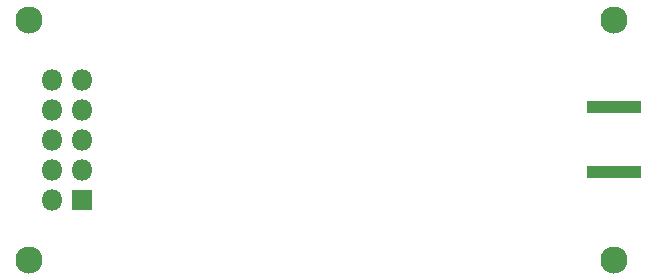
<source format=gbr>
%TF.GenerationSoftware,KiCad,Pcbnew,(5.1.6)-1*%
%TF.CreationDate,2020-07-26T08:56:46-05:00*%
%TF.ProjectId,nanoRT,6e616e6f-5254-42e6-9b69-6361645f7063,rev?*%
%TF.SameCoordinates,Original*%
%TF.FileFunction,Soldermask,Bot*%
%TF.FilePolarity,Negative*%
%FSLAX46Y46*%
G04 Gerber Fmt 4.6, Leading zero omitted, Abs format (unit mm)*
G04 Created by KiCad (PCBNEW (5.1.6)-1) date 2020-07-26 08:56:46*
%MOMM*%
%LPD*%
G01*
G04 APERTURE LIST*
%ADD10O,1.800000X1.800000*%
%ADD11R,1.800000X1.800000*%
%ADD12R,4.660000X1.100000*%
%ADD13C,2.300000*%
G04 APERTURE END LIST*
D10*
%TO.C,J2*%
X99695000Y-86360000D03*
X102235000Y-86360000D03*
X99695000Y-88900000D03*
X102235000Y-88900000D03*
X99695000Y-91440000D03*
X102235000Y-91440000D03*
X99695000Y-93980000D03*
X102235000Y-93980000D03*
X99695000Y-96520000D03*
D11*
X102235000Y-96520000D03*
%TD*%
D12*
%TO.C,J5*%
X147320000Y-94210000D03*
X147320000Y-88670000D03*
%TD*%
D13*
%TO.C,H1*%
X97790000Y-101600000D03*
%TD*%
%TO.C,H2*%
X147320000Y-101600000D03*
%TD*%
%TO.C,H3*%
X97790000Y-81280000D03*
%TD*%
%TO.C,H4*%
X147320000Y-81280000D03*
%TD*%
M02*

</source>
